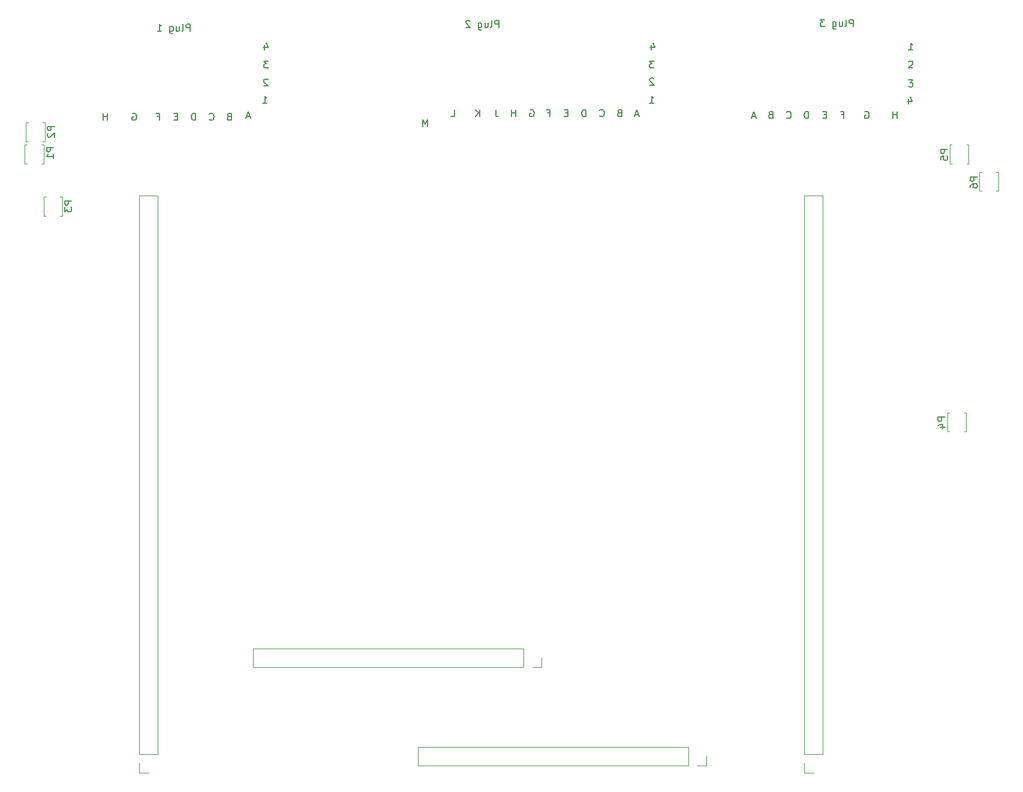
<source format=gbr>
%TF.GenerationSoftware,KiCad,Pcbnew,8.0.5*%
%TF.CreationDate,2025-07-16T23:18:55+01:00*%
%TF.ProjectId,Polygonus-Universal-Base,506f6c79-676f-46e7-9573-2d556e697665,rev?*%
%TF.SameCoordinates,Original*%
%TF.FileFunction,Legend,Bot*%
%TF.FilePolarity,Positive*%
%FSLAX46Y46*%
G04 Gerber Fmt 4.6, Leading zero omitted, Abs format (unit mm)*
G04 Created by KiCad (PCBNEW 8.0.5) date 2025-07-16 23:18:55*
%MOMM*%
%LPD*%
G01*
G04 APERTURE LIST*
%ADD10C,0.150000*%
%ADD11C,0.120000*%
%ADD12R,1.700000X1.700000*%
%ADD13O,1.700000X1.700000*%
%ADD14C,1.600000*%
%ADD15R,1.600000X1.600000*%
%ADD16C,1.700000*%
%ADD17C,1.524000*%
%ADD18O,1.600000X1.600000*%
%ADD19C,2.780000*%
%ADD20C,4.000000*%
%ADD21C,2.200000*%
%ADD22C,3.500000*%
%ADD23R,1.350000X1.350000*%
%ADD24O,1.350000X1.350000*%
G04 APERTURE END LIST*
D10*
X187242220Y-28063819D02*
X187242220Y-27063819D01*
X187242220Y-27063819D02*
X186861268Y-27063819D01*
X186861268Y-27063819D02*
X186766030Y-27111438D01*
X186766030Y-27111438D02*
X186718411Y-27159057D01*
X186718411Y-27159057D02*
X186670792Y-27254295D01*
X186670792Y-27254295D02*
X186670792Y-27397152D01*
X186670792Y-27397152D02*
X186718411Y-27492390D01*
X186718411Y-27492390D02*
X186766030Y-27540009D01*
X186766030Y-27540009D02*
X186861268Y-27587628D01*
X186861268Y-27587628D02*
X187242220Y-27587628D01*
X186099363Y-28063819D02*
X186194601Y-28016200D01*
X186194601Y-28016200D02*
X186242220Y-27920961D01*
X186242220Y-27920961D02*
X186242220Y-27063819D01*
X185289839Y-27397152D02*
X185289839Y-28063819D01*
X185718410Y-27397152D02*
X185718410Y-27920961D01*
X185718410Y-27920961D02*
X185670791Y-28016200D01*
X185670791Y-28016200D02*
X185575553Y-28063819D01*
X185575553Y-28063819D02*
X185432696Y-28063819D01*
X185432696Y-28063819D02*
X185337458Y-28016200D01*
X185337458Y-28016200D02*
X185289839Y-27968580D01*
X184385077Y-27397152D02*
X184385077Y-28206676D01*
X184385077Y-28206676D02*
X184432696Y-28301914D01*
X184432696Y-28301914D02*
X184480315Y-28349533D01*
X184480315Y-28349533D02*
X184575553Y-28397152D01*
X184575553Y-28397152D02*
X184718410Y-28397152D01*
X184718410Y-28397152D02*
X184813648Y-28349533D01*
X184385077Y-28016200D02*
X184480315Y-28063819D01*
X184480315Y-28063819D02*
X184670791Y-28063819D01*
X184670791Y-28063819D02*
X184766029Y-28016200D01*
X184766029Y-28016200D02*
X184813648Y-27968580D01*
X184813648Y-27968580D02*
X184861267Y-27873342D01*
X184861267Y-27873342D02*
X184861267Y-27587628D01*
X184861267Y-27587628D02*
X184813648Y-27492390D01*
X184813648Y-27492390D02*
X184766029Y-27444771D01*
X184766029Y-27444771D02*
X184670791Y-27397152D01*
X184670791Y-27397152D02*
X184480315Y-27397152D01*
X184480315Y-27397152D02*
X184385077Y-27444771D01*
X183242219Y-27063819D02*
X182623172Y-27063819D01*
X182623172Y-27063819D02*
X182956505Y-27444771D01*
X182956505Y-27444771D02*
X182813648Y-27444771D01*
X182813648Y-27444771D02*
X182718410Y-27492390D01*
X182718410Y-27492390D02*
X182670791Y-27540009D01*
X182670791Y-27540009D02*
X182623172Y-27635247D01*
X182623172Y-27635247D02*
X182623172Y-27873342D01*
X182623172Y-27873342D02*
X182670791Y-27968580D01*
X182670791Y-27968580D02*
X182718410Y-28016200D01*
X182718410Y-28016200D02*
X182813648Y-28063819D01*
X182813648Y-28063819D02*
X183099362Y-28063819D01*
X183099362Y-28063819D02*
X183194600Y-28016200D01*
X183194600Y-28016200D02*
X183242219Y-27968580D01*
X137204220Y-28190819D02*
X137204220Y-27190819D01*
X137204220Y-27190819D02*
X136823268Y-27190819D01*
X136823268Y-27190819D02*
X136728030Y-27238438D01*
X136728030Y-27238438D02*
X136680411Y-27286057D01*
X136680411Y-27286057D02*
X136632792Y-27381295D01*
X136632792Y-27381295D02*
X136632792Y-27524152D01*
X136632792Y-27524152D02*
X136680411Y-27619390D01*
X136680411Y-27619390D02*
X136728030Y-27667009D01*
X136728030Y-27667009D02*
X136823268Y-27714628D01*
X136823268Y-27714628D02*
X137204220Y-27714628D01*
X136061363Y-28190819D02*
X136156601Y-28143200D01*
X136156601Y-28143200D02*
X136204220Y-28047961D01*
X136204220Y-28047961D02*
X136204220Y-27190819D01*
X135251839Y-27524152D02*
X135251839Y-28190819D01*
X135680410Y-27524152D02*
X135680410Y-28047961D01*
X135680410Y-28047961D02*
X135632791Y-28143200D01*
X135632791Y-28143200D02*
X135537553Y-28190819D01*
X135537553Y-28190819D02*
X135394696Y-28190819D01*
X135394696Y-28190819D02*
X135299458Y-28143200D01*
X135299458Y-28143200D02*
X135251839Y-28095580D01*
X134347077Y-27524152D02*
X134347077Y-28333676D01*
X134347077Y-28333676D02*
X134394696Y-28428914D01*
X134394696Y-28428914D02*
X134442315Y-28476533D01*
X134442315Y-28476533D02*
X134537553Y-28524152D01*
X134537553Y-28524152D02*
X134680410Y-28524152D01*
X134680410Y-28524152D02*
X134775648Y-28476533D01*
X134347077Y-28143200D02*
X134442315Y-28190819D01*
X134442315Y-28190819D02*
X134632791Y-28190819D01*
X134632791Y-28190819D02*
X134728029Y-28143200D01*
X134728029Y-28143200D02*
X134775648Y-28095580D01*
X134775648Y-28095580D02*
X134823267Y-28000342D01*
X134823267Y-28000342D02*
X134823267Y-27714628D01*
X134823267Y-27714628D02*
X134775648Y-27619390D01*
X134775648Y-27619390D02*
X134728029Y-27571771D01*
X134728029Y-27571771D02*
X134632791Y-27524152D01*
X134632791Y-27524152D02*
X134442315Y-27524152D01*
X134442315Y-27524152D02*
X134347077Y-27571771D01*
X133156600Y-27286057D02*
X133108981Y-27238438D01*
X133108981Y-27238438D02*
X133013743Y-27190819D01*
X133013743Y-27190819D02*
X132775648Y-27190819D01*
X132775648Y-27190819D02*
X132680410Y-27238438D01*
X132680410Y-27238438D02*
X132632791Y-27286057D01*
X132632791Y-27286057D02*
X132585172Y-27381295D01*
X132585172Y-27381295D02*
X132585172Y-27476533D01*
X132585172Y-27476533D02*
X132632791Y-27619390D01*
X132632791Y-27619390D02*
X133204219Y-28190819D01*
X133204219Y-28190819D02*
X132585172Y-28190819D01*
X93643220Y-28698819D02*
X93643220Y-27698819D01*
X93643220Y-27698819D02*
X93262268Y-27698819D01*
X93262268Y-27698819D02*
X93167030Y-27746438D01*
X93167030Y-27746438D02*
X93119411Y-27794057D01*
X93119411Y-27794057D02*
X93071792Y-27889295D01*
X93071792Y-27889295D02*
X93071792Y-28032152D01*
X93071792Y-28032152D02*
X93119411Y-28127390D01*
X93119411Y-28127390D02*
X93167030Y-28175009D01*
X93167030Y-28175009D02*
X93262268Y-28222628D01*
X93262268Y-28222628D02*
X93643220Y-28222628D01*
X92500363Y-28698819D02*
X92595601Y-28651200D01*
X92595601Y-28651200D02*
X92643220Y-28555961D01*
X92643220Y-28555961D02*
X92643220Y-27698819D01*
X91690839Y-28032152D02*
X91690839Y-28698819D01*
X92119410Y-28032152D02*
X92119410Y-28555961D01*
X92119410Y-28555961D02*
X92071791Y-28651200D01*
X92071791Y-28651200D02*
X91976553Y-28698819D01*
X91976553Y-28698819D02*
X91833696Y-28698819D01*
X91833696Y-28698819D02*
X91738458Y-28651200D01*
X91738458Y-28651200D02*
X91690839Y-28603580D01*
X90786077Y-28032152D02*
X90786077Y-28841676D01*
X90786077Y-28841676D02*
X90833696Y-28936914D01*
X90833696Y-28936914D02*
X90881315Y-28984533D01*
X90881315Y-28984533D02*
X90976553Y-29032152D01*
X90976553Y-29032152D02*
X91119410Y-29032152D01*
X91119410Y-29032152D02*
X91214648Y-28984533D01*
X90786077Y-28651200D02*
X90881315Y-28698819D01*
X90881315Y-28698819D02*
X91071791Y-28698819D01*
X91071791Y-28698819D02*
X91167029Y-28651200D01*
X91167029Y-28651200D02*
X91214648Y-28603580D01*
X91214648Y-28603580D02*
X91262267Y-28508342D01*
X91262267Y-28508342D02*
X91262267Y-28222628D01*
X91262267Y-28222628D02*
X91214648Y-28127390D01*
X91214648Y-28127390D02*
X91167029Y-28079771D01*
X91167029Y-28079771D02*
X91071791Y-28032152D01*
X91071791Y-28032152D02*
X90881315Y-28032152D01*
X90881315Y-28032152D02*
X90786077Y-28079771D01*
X89024172Y-28698819D02*
X89595600Y-28698819D01*
X89309886Y-28698819D02*
X89309886Y-27698819D01*
X89309886Y-27698819D02*
X89405124Y-27841676D01*
X89405124Y-27841676D02*
X89500362Y-27936914D01*
X89500362Y-27936914D02*
X89595600Y-27984533D01*
X146983220Y-40240009D02*
X146649887Y-40240009D01*
X146507030Y-40763819D02*
X146983220Y-40763819D01*
X146983220Y-40763819D02*
X146983220Y-39763819D01*
X146983220Y-39763819D02*
X146507030Y-39763819D01*
X134537220Y-40763819D02*
X134537220Y-39763819D01*
X133965792Y-40763819D02*
X134394363Y-40192390D01*
X133965792Y-39763819D02*
X134537220Y-40335247D01*
X102072839Y-40732104D02*
X101596649Y-40732104D01*
X102168077Y-41017819D02*
X101834744Y-40017819D01*
X101834744Y-40017819D02*
X101501411Y-41017819D01*
X96373792Y-41176580D02*
X96421411Y-41224200D01*
X96421411Y-41224200D02*
X96564268Y-41271819D01*
X96564268Y-41271819D02*
X96659506Y-41271819D01*
X96659506Y-41271819D02*
X96802363Y-41224200D01*
X96802363Y-41224200D02*
X96897601Y-41128961D01*
X96897601Y-41128961D02*
X96945220Y-41033723D01*
X96945220Y-41033723D02*
X96992839Y-40843247D01*
X96992839Y-40843247D02*
X96992839Y-40700390D01*
X96992839Y-40700390D02*
X96945220Y-40509914D01*
X96945220Y-40509914D02*
X96897601Y-40414676D01*
X96897601Y-40414676D02*
X96802363Y-40319438D01*
X96802363Y-40319438D02*
X96659506Y-40271819D01*
X96659506Y-40271819D02*
X96564268Y-40271819D01*
X96564268Y-40271819D02*
X96421411Y-40319438D01*
X96421411Y-40319438D02*
X96373792Y-40367057D01*
X149523220Y-40763819D02*
X149523220Y-39763819D01*
X149523220Y-39763819D02*
X149285125Y-39763819D01*
X149285125Y-39763819D02*
X149142268Y-39811438D01*
X149142268Y-39811438D02*
X149047030Y-39906676D01*
X149047030Y-39906676D02*
X148999411Y-40001914D01*
X148999411Y-40001914D02*
X148951792Y-40192390D01*
X148951792Y-40192390D02*
X148951792Y-40335247D01*
X148951792Y-40335247D02*
X148999411Y-40525723D01*
X148999411Y-40525723D02*
X149047030Y-40620961D01*
X149047030Y-40620961D02*
X149142268Y-40716200D01*
X149142268Y-40716200D02*
X149285125Y-40763819D01*
X149285125Y-40763819D02*
X149523220Y-40763819D01*
X195107160Y-33001057D02*
X195154779Y-32953438D01*
X195154779Y-32953438D02*
X195250017Y-32905819D01*
X195250017Y-32905819D02*
X195488112Y-32905819D01*
X195488112Y-32905819D02*
X195583350Y-32953438D01*
X195583350Y-32953438D02*
X195630969Y-33001057D01*
X195630969Y-33001057D02*
X195678588Y-33096295D01*
X195678588Y-33096295D02*
X195678588Y-33191533D01*
X195678588Y-33191533D02*
X195630969Y-33334390D01*
X195630969Y-33334390D02*
X195059541Y-33905819D01*
X195059541Y-33905819D02*
X195678588Y-33905819D01*
X177867792Y-40922580D02*
X177915411Y-40970200D01*
X177915411Y-40970200D02*
X178058268Y-41017819D01*
X178058268Y-41017819D02*
X178153506Y-41017819D01*
X178153506Y-41017819D02*
X178296363Y-40970200D01*
X178296363Y-40970200D02*
X178391601Y-40874961D01*
X178391601Y-40874961D02*
X178439220Y-40779723D01*
X178439220Y-40779723D02*
X178486839Y-40589247D01*
X178486839Y-40589247D02*
X178486839Y-40446390D01*
X178486839Y-40446390D02*
X178439220Y-40255914D01*
X178439220Y-40255914D02*
X178391601Y-40160676D01*
X178391601Y-40160676D02*
X178296363Y-40065438D01*
X178296363Y-40065438D02*
X178153506Y-40017819D01*
X178153506Y-40017819D02*
X178058268Y-40017819D01*
X178058268Y-40017819D02*
X177915411Y-40065438D01*
X177915411Y-40065438D02*
X177867792Y-40113057D01*
X81959220Y-41271819D02*
X81959220Y-40271819D01*
X81959220Y-40748009D02*
X81387792Y-40748009D01*
X81387792Y-41271819D02*
X81387792Y-40271819D01*
X159143458Y-32905819D02*
X158524411Y-32905819D01*
X158524411Y-32905819D02*
X158857744Y-33286771D01*
X158857744Y-33286771D02*
X158714887Y-33286771D01*
X158714887Y-33286771D02*
X158619649Y-33334390D01*
X158619649Y-33334390D02*
X158572030Y-33382009D01*
X158572030Y-33382009D02*
X158524411Y-33477247D01*
X158524411Y-33477247D02*
X158524411Y-33715342D01*
X158524411Y-33715342D02*
X158572030Y-33810580D01*
X158572030Y-33810580D02*
X158619649Y-33858200D01*
X158619649Y-33858200D02*
X158714887Y-33905819D01*
X158714887Y-33905819D02*
X159000601Y-33905819D01*
X159000601Y-33905819D02*
X159095839Y-33858200D01*
X159095839Y-33858200D02*
X159143458Y-33810580D01*
X154269887Y-40240009D02*
X154127030Y-40287628D01*
X154127030Y-40287628D02*
X154079411Y-40335247D01*
X154079411Y-40335247D02*
X154031792Y-40430485D01*
X154031792Y-40430485D02*
X154031792Y-40573342D01*
X154031792Y-40573342D02*
X154079411Y-40668580D01*
X154079411Y-40668580D02*
X154127030Y-40716200D01*
X154127030Y-40716200D02*
X154222268Y-40763819D01*
X154222268Y-40763819D02*
X154603220Y-40763819D01*
X154603220Y-40763819D02*
X154603220Y-39763819D01*
X154603220Y-39763819D02*
X154269887Y-39763819D01*
X154269887Y-39763819D02*
X154174649Y-39811438D01*
X154174649Y-39811438D02*
X154127030Y-39859057D01*
X154127030Y-39859057D02*
X154079411Y-39954295D01*
X154079411Y-39954295D02*
X154079411Y-40049533D01*
X154079411Y-40049533D02*
X154127030Y-40144771D01*
X154127030Y-40144771D02*
X154174649Y-40192390D01*
X154174649Y-40192390D02*
X154269887Y-40240009D01*
X154269887Y-40240009D02*
X154603220Y-40240009D01*
X195100411Y-31365819D02*
X195671839Y-31365819D01*
X195386125Y-31365819D02*
X195386125Y-30365819D01*
X195386125Y-30365819D02*
X195481363Y-30508676D01*
X195481363Y-30508676D02*
X195576601Y-30603914D01*
X195576601Y-30603914D02*
X195671839Y-30651533D01*
X159095839Y-35414057D02*
X159048220Y-35366438D01*
X159048220Y-35366438D02*
X158952982Y-35318819D01*
X158952982Y-35318819D02*
X158714887Y-35318819D01*
X158714887Y-35318819D02*
X158619649Y-35366438D01*
X158619649Y-35366438D02*
X158572030Y-35414057D01*
X158572030Y-35414057D02*
X158524411Y-35509295D01*
X158524411Y-35509295D02*
X158524411Y-35604533D01*
X158524411Y-35604533D02*
X158572030Y-35747390D01*
X158572030Y-35747390D02*
X159143458Y-36318819D01*
X159143458Y-36318819D02*
X158524411Y-36318819D01*
X180939220Y-41017819D02*
X180939220Y-40017819D01*
X180939220Y-40017819D02*
X180701125Y-40017819D01*
X180701125Y-40017819D02*
X180558268Y-40065438D01*
X180558268Y-40065438D02*
X180463030Y-40160676D01*
X180463030Y-40160676D02*
X180415411Y-40255914D01*
X180415411Y-40255914D02*
X180367792Y-40446390D01*
X180367792Y-40446390D02*
X180367792Y-40589247D01*
X180367792Y-40589247D02*
X180415411Y-40779723D01*
X180415411Y-40779723D02*
X180463030Y-40874961D01*
X180463030Y-40874961D02*
X180558268Y-40970200D01*
X180558268Y-40970200D02*
X180701125Y-41017819D01*
X180701125Y-41017819D02*
X180939220Y-41017819D01*
X193439220Y-41017819D02*
X193439220Y-40017819D01*
X193439220Y-40494009D02*
X192867792Y-40494009D01*
X192867792Y-41017819D02*
X192867792Y-40017819D01*
X156936839Y-40478104D02*
X156460649Y-40478104D01*
X157032077Y-40763819D02*
X156698744Y-39763819D01*
X156698744Y-39763819D02*
X156365411Y-40763819D01*
X104612839Y-35541057D02*
X104565220Y-35493438D01*
X104565220Y-35493438D02*
X104469982Y-35445819D01*
X104469982Y-35445819D02*
X104231887Y-35445819D01*
X104231887Y-35445819D02*
X104136649Y-35493438D01*
X104136649Y-35493438D02*
X104089030Y-35541057D01*
X104089030Y-35541057D02*
X104041411Y-35636295D01*
X104041411Y-35636295D02*
X104041411Y-35731533D01*
X104041411Y-35731533D02*
X104089030Y-35874390D01*
X104089030Y-35874390D02*
X104660458Y-36445819D01*
X104660458Y-36445819D02*
X104041411Y-36445819D01*
X175605887Y-40494009D02*
X175463030Y-40541628D01*
X175463030Y-40541628D02*
X175415411Y-40589247D01*
X175415411Y-40589247D02*
X175367792Y-40684485D01*
X175367792Y-40684485D02*
X175367792Y-40827342D01*
X175367792Y-40827342D02*
X175415411Y-40922580D01*
X175415411Y-40922580D02*
X175463030Y-40970200D01*
X175463030Y-40970200D02*
X175558268Y-41017819D01*
X175558268Y-41017819D02*
X175939220Y-41017819D01*
X175939220Y-41017819D02*
X175939220Y-40017819D01*
X175939220Y-40017819D02*
X175605887Y-40017819D01*
X175605887Y-40017819D02*
X175510649Y-40065438D01*
X175510649Y-40065438D02*
X175463030Y-40113057D01*
X175463030Y-40113057D02*
X175415411Y-40208295D01*
X175415411Y-40208295D02*
X175415411Y-40303533D01*
X175415411Y-40303533D02*
X175463030Y-40398771D01*
X175463030Y-40398771D02*
X175510649Y-40446390D01*
X175510649Y-40446390D02*
X175605887Y-40494009D01*
X175605887Y-40494009D02*
X175939220Y-40494009D01*
X85499411Y-40319438D02*
X85594649Y-40271819D01*
X85594649Y-40271819D02*
X85737506Y-40271819D01*
X85737506Y-40271819D02*
X85880363Y-40319438D01*
X85880363Y-40319438D02*
X85975601Y-40414676D01*
X85975601Y-40414676D02*
X86023220Y-40509914D01*
X86023220Y-40509914D02*
X86070839Y-40700390D01*
X86070839Y-40700390D02*
X86070839Y-40843247D01*
X86070839Y-40843247D02*
X86023220Y-41033723D01*
X86023220Y-41033723D02*
X85975601Y-41128961D01*
X85975601Y-41128961D02*
X85880363Y-41224200D01*
X85880363Y-41224200D02*
X85737506Y-41271819D01*
X85737506Y-41271819D02*
X85642268Y-41271819D01*
X85642268Y-41271819D02*
X85499411Y-41224200D01*
X85499411Y-41224200D02*
X85451792Y-41176580D01*
X85451792Y-41176580D02*
X85451792Y-40843247D01*
X85451792Y-40843247D02*
X85642268Y-40843247D01*
X127171220Y-42160819D02*
X127171220Y-41160819D01*
X127171220Y-41160819D02*
X126837887Y-41875104D01*
X126837887Y-41875104D02*
X126504554Y-41160819D01*
X126504554Y-41160819D02*
X126504554Y-42160819D01*
X104136649Y-30699152D02*
X104136649Y-31365819D01*
X104374744Y-30318200D02*
X104612839Y-31032485D01*
X104612839Y-31032485D02*
X103993792Y-31032485D01*
X195059541Y-35572819D02*
X195678588Y-35572819D01*
X195678588Y-35572819D02*
X195345255Y-35953771D01*
X195345255Y-35953771D02*
X195488112Y-35953771D01*
X195488112Y-35953771D02*
X195583350Y-36001390D01*
X195583350Y-36001390D02*
X195630969Y-36049009D01*
X195630969Y-36049009D02*
X195678588Y-36144247D01*
X195678588Y-36144247D02*
X195678588Y-36382342D01*
X195678588Y-36382342D02*
X195630969Y-36477580D01*
X195630969Y-36477580D02*
X195583350Y-36525200D01*
X195583350Y-36525200D02*
X195488112Y-36572819D01*
X195488112Y-36572819D02*
X195202398Y-36572819D01*
X195202398Y-36572819D02*
X195107160Y-36525200D01*
X195107160Y-36525200D02*
X195059541Y-36477580D01*
X195068649Y-38319152D02*
X195068649Y-38985819D01*
X195306744Y-37938200D02*
X195544839Y-38652485D01*
X195544839Y-38652485D02*
X194925792Y-38652485D01*
X103914411Y-38858819D02*
X104485839Y-38858819D01*
X104200125Y-38858819D02*
X104200125Y-37858819D01*
X104200125Y-37858819D02*
X104295363Y-38001676D01*
X104295363Y-38001676D02*
X104390601Y-38096914D01*
X104390601Y-38096914D02*
X104485839Y-38144533D01*
X104660458Y-32905819D02*
X104041411Y-32905819D01*
X104041411Y-32905819D02*
X104374744Y-33286771D01*
X104374744Y-33286771D02*
X104231887Y-33286771D01*
X104231887Y-33286771D02*
X104136649Y-33334390D01*
X104136649Y-33334390D02*
X104089030Y-33382009D01*
X104089030Y-33382009D02*
X104041411Y-33477247D01*
X104041411Y-33477247D02*
X104041411Y-33715342D01*
X104041411Y-33715342D02*
X104089030Y-33810580D01*
X104089030Y-33810580D02*
X104136649Y-33858200D01*
X104136649Y-33858200D02*
X104231887Y-33905819D01*
X104231887Y-33905819D02*
X104517601Y-33905819D01*
X104517601Y-33905819D02*
X104612839Y-33858200D01*
X104612839Y-33858200D02*
X104660458Y-33810580D01*
X185605887Y-40494009D02*
X185939220Y-40494009D01*
X185939220Y-41017819D02*
X185939220Y-40017819D01*
X185939220Y-40017819D02*
X185463030Y-40017819D01*
X88991887Y-40748009D02*
X89325220Y-40748009D01*
X89325220Y-41271819D02*
X89325220Y-40271819D01*
X89325220Y-40271819D02*
X88849030Y-40271819D01*
X91865220Y-40748009D02*
X91531887Y-40748009D01*
X91389030Y-41271819D02*
X91865220Y-41271819D01*
X91865220Y-41271819D02*
X91865220Y-40271819D01*
X91865220Y-40271819D02*
X91389030Y-40271819D01*
X139617220Y-40763819D02*
X139617220Y-39763819D01*
X139617220Y-40240009D02*
X139045792Y-40240009D01*
X139045792Y-40763819D02*
X139045792Y-39763819D01*
X158524411Y-38858819D02*
X159095839Y-38858819D01*
X158810125Y-38858819D02*
X158810125Y-37858819D01*
X158810125Y-37858819D02*
X158905363Y-38001676D01*
X158905363Y-38001676D02*
X159000601Y-38096914D01*
X159000601Y-38096914D02*
X159095839Y-38144533D01*
X158746649Y-30699152D02*
X158746649Y-31365819D01*
X158984744Y-30318200D02*
X159222839Y-31032485D01*
X159222839Y-31032485D02*
X158603792Y-31032485D01*
X94405220Y-41271819D02*
X94405220Y-40271819D01*
X94405220Y-40271819D02*
X94167125Y-40271819D01*
X94167125Y-40271819D02*
X94024268Y-40319438D01*
X94024268Y-40319438D02*
X93929030Y-40414676D01*
X93929030Y-40414676D02*
X93881411Y-40509914D01*
X93881411Y-40509914D02*
X93833792Y-40700390D01*
X93833792Y-40700390D02*
X93833792Y-40843247D01*
X93833792Y-40843247D02*
X93881411Y-41033723D01*
X93881411Y-41033723D02*
X93929030Y-41128961D01*
X93929030Y-41128961D02*
X94024268Y-41224200D01*
X94024268Y-41224200D02*
X94167125Y-41271819D01*
X94167125Y-41271819D02*
X94405220Y-41271819D01*
X183439220Y-40494009D02*
X183105887Y-40494009D01*
X182963030Y-41017819D02*
X183439220Y-41017819D01*
X183439220Y-41017819D02*
X183439220Y-40017819D01*
X183439220Y-40017819D02*
X182963030Y-40017819D01*
X144109887Y-40240009D02*
X144443220Y-40240009D01*
X144443220Y-40763819D02*
X144443220Y-39763819D01*
X144443220Y-39763819D02*
X143967030Y-39763819D01*
X136791506Y-39763819D02*
X136791506Y-40478104D01*
X136791506Y-40478104D02*
X136839125Y-40620961D01*
X136839125Y-40620961D02*
X136934363Y-40716200D01*
X136934363Y-40716200D02*
X137077220Y-40763819D01*
X137077220Y-40763819D02*
X137172458Y-40763819D01*
X188915411Y-40065438D02*
X189010649Y-40017819D01*
X189010649Y-40017819D02*
X189153506Y-40017819D01*
X189153506Y-40017819D02*
X189296363Y-40065438D01*
X189296363Y-40065438D02*
X189391601Y-40160676D01*
X189391601Y-40160676D02*
X189439220Y-40255914D01*
X189439220Y-40255914D02*
X189486839Y-40446390D01*
X189486839Y-40446390D02*
X189486839Y-40589247D01*
X189486839Y-40589247D02*
X189439220Y-40779723D01*
X189439220Y-40779723D02*
X189391601Y-40874961D01*
X189391601Y-40874961D02*
X189296363Y-40970200D01*
X189296363Y-40970200D02*
X189153506Y-41017819D01*
X189153506Y-41017819D02*
X189058268Y-41017819D01*
X189058268Y-41017819D02*
X188915411Y-40970200D01*
X188915411Y-40970200D02*
X188867792Y-40922580D01*
X188867792Y-40922580D02*
X188867792Y-40589247D01*
X188867792Y-40589247D02*
X189058268Y-40589247D01*
X99151887Y-40748009D02*
X99009030Y-40795628D01*
X99009030Y-40795628D02*
X98961411Y-40843247D01*
X98961411Y-40843247D02*
X98913792Y-40938485D01*
X98913792Y-40938485D02*
X98913792Y-41081342D01*
X98913792Y-41081342D02*
X98961411Y-41176580D01*
X98961411Y-41176580D02*
X99009030Y-41224200D01*
X99009030Y-41224200D02*
X99104268Y-41271819D01*
X99104268Y-41271819D02*
X99485220Y-41271819D01*
X99485220Y-41271819D02*
X99485220Y-40271819D01*
X99485220Y-40271819D02*
X99151887Y-40271819D01*
X99151887Y-40271819D02*
X99056649Y-40319438D01*
X99056649Y-40319438D02*
X99009030Y-40367057D01*
X99009030Y-40367057D02*
X98961411Y-40462295D01*
X98961411Y-40462295D02*
X98961411Y-40557533D01*
X98961411Y-40557533D02*
X99009030Y-40652771D01*
X99009030Y-40652771D02*
X99056649Y-40700390D01*
X99056649Y-40700390D02*
X99151887Y-40748009D01*
X99151887Y-40748009D02*
X99485220Y-40748009D01*
X130505030Y-40763819D02*
X130981220Y-40763819D01*
X130981220Y-40763819D02*
X130981220Y-39763819D01*
X141633411Y-39811438D02*
X141728649Y-39763819D01*
X141728649Y-39763819D02*
X141871506Y-39763819D01*
X141871506Y-39763819D02*
X142014363Y-39811438D01*
X142014363Y-39811438D02*
X142109601Y-39906676D01*
X142109601Y-39906676D02*
X142157220Y-40001914D01*
X142157220Y-40001914D02*
X142204839Y-40192390D01*
X142204839Y-40192390D02*
X142204839Y-40335247D01*
X142204839Y-40335247D02*
X142157220Y-40525723D01*
X142157220Y-40525723D02*
X142109601Y-40620961D01*
X142109601Y-40620961D02*
X142014363Y-40716200D01*
X142014363Y-40716200D02*
X141871506Y-40763819D01*
X141871506Y-40763819D02*
X141776268Y-40763819D01*
X141776268Y-40763819D02*
X141633411Y-40716200D01*
X141633411Y-40716200D02*
X141585792Y-40668580D01*
X141585792Y-40668580D02*
X141585792Y-40335247D01*
X141585792Y-40335247D02*
X141776268Y-40335247D01*
X173486839Y-40732104D02*
X173010649Y-40732104D01*
X173582077Y-41017819D02*
X173248744Y-40017819D01*
X173248744Y-40017819D02*
X172915411Y-41017819D01*
X151491792Y-40668580D02*
X151539411Y-40716200D01*
X151539411Y-40716200D02*
X151682268Y-40763819D01*
X151682268Y-40763819D02*
X151777506Y-40763819D01*
X151777506Y-40763819D02*
X151920363Y-40716200D01*
X151920363Y-40716200D02*
X152015601Y-40620961D01*
X152015601Y-40620961D02*
X152063220Y-40525723D01*
X152063220Y-40525723D02*
X152110839Y-40335247D01*
X152110839Y-40335247D02*
X152110839Y-40192390D01*
X152110839Y-40192390D02*
X152063220Y-40001914D01*
X152063220Y-40001914D02*
X152015601Y-39906676D01*
X152015601Y-39906676D02*
X151920363Y-39811438D01*
X151920363Y-39811438D02*
X151777506Y-39763819D01*
X151777506Y-39763819D02*
X151682268Y-39763819D01*
X151682268Y-39763819D02*
X151539411Y-39811438D01*
X151539411Y-39811438D02*
X151491792Y-39859057D01*
X74368819Y-45132042D02*
X73368819Y-45132042D01*
X73368819Y-45132042D02*
X73368819Y-45512994D01*
X73368819Y-45512994D02*
X73416438Y-45608232D01*
X73416438Y-45608232D02*
X73464057Y-45655851D01*
X73464057Y-45655851D02*
X73559295Y-45703470D01*
X73559295Y-45703470D02*
X73702152Y-45703470D01*
X73702152Y-45703470D02*
X73797390Y-45655851D01*
X73797390Y-45655851D02*
X73845009Y-45608232D01*
X73845009Y-45608232D02*
X73892628Y-45512994D01*
X73892628Y-45512994D02*
X73892628Y-45132042D01*
X74368819Y-46655851D02*
X74368819Y-46084423D01*
X74368819Y-46370137D02*
X73368819Y-46370137D01*
X73368819Y-46370137D02*
X73511676Y-46274899D01*
X73511676Y-46274899D02*
X73606914Y-46179661D01*
X73606914Y-46179661D02*
X73654533Y-46084423D01*
X76908819Y-52653505D02*
X75908819Y-52653505D01*
X75908819Y-52653505D02*
X75908819Y-53034457D01*
X75908819Y-53034457D02*
X75956438Y-53129695D01*
X75956438Y-53129695D02*
X76004057Y-53177314D01*
X76004057Y-53177314D02*
X76099295Y-53224933D01*
X76099295Y-53224933D02*
X76242152Y-53224933D01*
X76242152Y-53224933D02*
X76337390Y-53177314D01*
X76337390Y-53177314D02*
X76385009Y-53129695D01*
X76385009Y-53129695D02*
X76432628Y-53034457D01*
X76432628Y-53034457D02*
X76432628Y-52653505D01*
X75908819Y-53558267D02*
X75908819Y-54177314D01*
X75908819Y-54177314D02*
X76289771Y-53843981D01*
X76289771Y-53843981D02*
X76289771Y-53986838D01*
X76289771Y-53986838D02*
X76337390Y-54082076D01*
X76337390Y-54082076D02*
X76385009Y-54129695D01*
X76385009Y-54129695D02*
X76480247Y-54177314D01*
X76480247Y-54177314D02*
X76718342Y-54177314D01*
X76718342Y-54177314D02*
X76813580Y-54129695D01*
X76813580Y-54129695D02*
X76861200Y-54082076D01*
X76861200Y-54082076D02*
X76908819Y-53986838D01*
X76908819Y-53986838D02*
X76908819Y-53701124D01*
X76908819Y-53701124D02*
X76861200Y-53605886D01*
X76861200Y-53605886D02*
X76813580Y-53558267D01*
X204797819Y-49299905D02*
X203797819Y-49299905D01*
X203797819Y-49299905D02*
X203797819Y-49680857D01*
X203797819Y-49680857D02*
X203845438Y-49776095D01*
X203845438Y-49776095D02*
X203893057Y-49823714D01*
X203893057Y-49823714D02*
X203988295Y-49871333D01*
X203988295Y-49871333D02*
X204131152Y-49871333D01*
X204131152Y-49871333D02*
X204226390Y-49823714D01*
X204226390Y-49823714D02*
X204274009Y-49776095D01*
X204274009Y-49776095D02*
X204321628Y-49680857D01*
X204321628Y-49680857D02*
X204321628Y-49299905D01*
X203797819Y-50728476D02*
X203797819Y-50538000D01*
X203797819Y-50538000D02*
X203845438Y-50442762D01*
X203845438Y-50442762D02*
X203893057Y-50395143D01*
X203893057Y-50395143D02*
X204035914Y-50299905D01*
X204035914Y-50299905D02*
X204226390Y-50252286D01*
X204226390Y-50252286D02*
X204607342Y-50252286D01*
X204607342Y-50252286D02*
X204702580Y-50299905D01*
X204702580Y-50299905D02*
X204750200Y-50347524D01*
X204750200Y-50347524D02*
X204797819Y-50442762D01*
X204797819Y-50442762D02*
X204797819Y-50633238D01*
X204797819Y-50633238D02*
X204750200Y-50728476D01*
X204750200Y-50728476D02*
X204702580Y-50776095D01*
X204702580Y-50776095D02*
X204607342Y-50823714D01*
X204607342Y-50823714D02*
X204369247Y-50823714D01*
X204369247Y-50823714D02*
X204274009Y-50776095D01*
X204274009Y-50776095D02*
X204226390Y-50728476D01*
X204226390Y-50728476D02*
X204178771Y-50633238D01*
X204178771Y-50633238D02*
X204178771Y-50442762D01*
X204178771Y-50442762D02*
X204226390Y-50347524D01*
X204226390Y-50347524D02*
X204274009Y-50299905D01*
X204274009Y-50299905D02*
X204369247Y-50252286D01*
X200606819Y-45387505D02*
X199606819Y-45387505D01*
X199606819Y-45387505D02*
X199606819Y-45768457D01*
X199606819Y-45768457D02*
X199654438Y-45863695D01*
X199654438Y-45863695D02*
X199702057Y-45911314D01*
X199702057Y-45911314D02*
X199797295Y-45958933D01*
X199797295Y-45958933D02*
X199940152Y-45958933D01*
X199940152Y-45958933D02*
X200035390Y-45911314D01*
X200035390Y-45911314D02*
X200083009Y-45863695D01*
X200083009Y-45863695D02*
X200130628Y-45768457D01*
X200130628Y-45768457D02*
X200130628Y-45387505D01*
X199606819Y-46863695D02*
X199606819Y-46387505D01*
X199606819Y-46387505D02*
X200083009Y-46339886D01*
X200083009Y-46339886D02*
X200035390Y-46387505D01*
X200035390Y-46387505D02*
X199987771Y-46482743D01*
X199987771Y-46482743D02*
X199987771Y-46720838D01*
X199987771Y-46720838D02*
X200035390Y-46816076D01*
X200035390Y-46816076D02*
X200083009Y-46863695D01*
X200083009Y-46863695D02*
X200178247Y-46911314D01*
X200178247Y-46911314D02*
X200416342Y-46911314D01*
X200416342Y-46911314D02*
X200511580Y-46863695D01*
X200511580Y-46863695D02*
X200559200Y-46816076D01*
X200559200Y-46816076D02*
X200606819Y-46720838D01*
X200606819Y-46720838D02*
X200606819Y-46482743D01*
X200606819Y-46482743D02*
X200559200Y-46387505D01*
X200559200Y-46387505D02*
X200511580Y-46339886D01*
X200225819Y-83182705D02*
X199225819Y-83182705D01*
X199225819Y-83182705D02*
X199225819Y-83563657D01*
X199225819Y-83563657D02*
X199273438Y-83658895D01*
X199273438Y-83658895D02*
X199321057Y-83706514D01*
X199321057Y-83706514D02*
X199416295Y-83754133D01*
X199416295Y-83754133D02*
X199559152Y-83754133D01*
X199559152Y-83754133D02*
X199654390Y-83706514D01*
X199654390Y-83706514D02*
X199702009Y-83658895D01*
X199702009Y-83658895D02*
X199749628Y-83563657D01*
X199749628Y-83563657D02*
X199749628Y-83182705D01*
X199559152Y-84611276D02*
X200225819Y-84611276D01*
X199178200Y-84373181D02*
X199892485Y-84135086D01*
X199892485Y-84135086D02*
X199892485Y-84754133D01*
X74495819Y-42137905D02*
X73495819Y-42137905D01*
X73495819Y-42137905D02*
X73495819Y-42518857D01*
X73495819Y-42518857D02*
X73543438Y-42614095D01*
X73543438Y-42614095D02*
X73591057Y-42661714D01*
X73591057Y-42661714D02*
X73686295Y-42709333D01*
X73686295Y-42709333D02*
X73829152Y-42709333D01*
X73829152Y-42709333D02*
X73924390Y-42661714D01*
X73924390Y-42661714D02*
X73972009Y-42614095D01*
X73972009Y-42614095D02*
X74019628Y-42518857D01*
X74019628Y-42518857D02*
X74019628Y-42137905D01*
X73591057Y-43090286D02*
X73543438Y-43137905D01*
X73543438Y-43137905D02*
X73495819Y-43233143D01*
X73495819Y-43233143D02*
X73495819Y-43471238D01*
X73495819Y-43471238D02*
X73543438Y-43566476D01*
X73543438Y-43566476D02*
X73591057Y-43614095D01*
X73591057Y-43614095D02*
X73686295Y-43661714D01*
X73686295Y-43661714D02*
X73781533Y-43661714D01*
X73781533Y-43661714D02*
X73924390Y-43614095D01*
X73924390Y-43614095D02*
X74495819Y-43042667D01*
X74495819Y-43042667D02*
X74495819Y-43661714D01*
D11*
%TO.C,J2*%
X125800080Y-132356287D02*
X125800080Y-129696287D01*
X141953794Y-118464404D02*
X143283794Y-118464404D01*
X180342763Y-51942059D02*
X183002763Y-51942059D01*
X180342763Y-130742059D02*
X183002763Y-130742059D01*
X163960080Y-132356287D02*
X125800080Y-132356287D01*
X180342763Y-132012059D02*
X180342763Y-133342059D01*
X140683794Y-118464404D02*
X102523794Y-118464404D01*
X86430080Y-133347154D02*
X87760080Y-133347154D01*
X180342763Y-133342059D02*
X181672763Y-133342059D01*
X180342763Y-130742059D02*
X180342763Y-51942059D01*
X102523794Y-118464404D02*
X102523794Y-115804404D01*
X183002763Y-130742059D02*
X183002763Y-51942059D01*
X89090080Y-130747154D02*
X89090080Y-51947154D01*
X86430080Y-130747154D02*
X86430080Y-51947154D01*
X86430080Y-51947154D02*
X89090080Y-51947154D01*
X165230080Y-132356287D02*
X166560080Y-132356287D01*
X140683794Y-115804404D02*
X102523794Y-115804404D01*
X86430080Y-132017154D02*
X86430080Y-133347154D01*
X163960080Y-129696287D02*
X125800080Y-129696287D01*
X140683794Y-118464404D02*
X140683794Y-115804404D01*
X163960080Y-132356287D02*
X163960080Y-129696287D01*
X166560080Y-132356287D02*
X166560080Y-131026287D01*
X86430080Y-130747154D02*
X89090080Y-130747154D01*
X143283794Y-118464404D02*
X143283794Y-117134404D01*
%TO.C,P1*%
X70298000Y-47405600D02*
X70298000Y-44745600D01*
X70592462Y-44745600D02*
X70298000Y-44745600D01*
X70603627Y-47405600D02*
X70298000Y-47405600D01*
X72652373Y-44745600D02*
X72958000Y-44745600D01*
X72663538Y-47405600D02*
X72958000Y-47405600D01*
X72958000Y-44745600D02*
X72958000Y-47405600D01*
%TO.C,P3*%
X72939600Y-54771600D02*
X72939600Y-52111600D01*
X73234062Y-52111600D02*
X72939600Y-52111600D01*
X73245227Y-54771600D02*
X72939600Y-54771600D01*
X75293973Y-52111600D02*
X75599600Y-52111600D01*
X75305138Y-54771600D02*
X75599600Y-54771600D01*
X75599600Y-52111600D02*
X75599600Y-54771600D01*
%TO.C,P6*%
X205070400Y-51266400D02*
X205070400Y-48606400D01*
X205364862Y-48606400D02*
X205070400Y-48606400D01*
X205376027Y-51266400D02*
X205070400Y-51266400D01*
X207424773Y-48606400D02*
X207730400Y-48606400D01*
X207435938Y-51266400D02*
X207730400Y-51266400D01*
X207730400Y-48606400D02*
X207730400Y-51266400D01*
%TO.C,P5*%
X200904800Y-47405600D02*
X200904800Y-44745600D01*
X201199262Y-44745600D02*
X200904800Y-44745600D01*
X201210427Y-47405600D02*
X200904800Y-47405600D01*
X203259173Y-44745600D02*
X203564800Y-44745600D01*
X203270338Y-47405600D02*
X203564800Y-47405600D01*
X203564800Y-44745600D02*
X203564800Y-47405600D01*
%TO.C,P4*%
X200549200Y-85200800D02*
X200549200Y-82540800D01*
X200843662Y-82540800D02*
X200549200Y-82540800D01*
X200854827Y-85200800D02*
X200549200Y-85200800D01*
X202903573Y-82540800D02*
X203209200Y-82540800D01*
X202914738Y-85200800D02*
X203209200Y-85200800D01*
X203209200Y-82540800D02*
X203209200Y-85200800D01*
%TO.C,P2*%
X70450400Y-44256000D02*
X70450400Y-41596000D01*
X70744862Y-41596000D02*
X70450400Y-41596000D01*
X70756027Y-44256000D02*
X70450400Y-44256000D01*
X72804773Y-41596000D02*
X73110400Y-41596000D01*
X72815938Y-44256000D02*
X73110400Y-44256000D01*
X73110400Y-41596000D02*
X73110400Y-44256000D01*
%TD*%
%LPC*%
D12*
%TO.C,J2*%
X181672763Y-132012059D03*
D13*
X181672763Y-129472059D03*
X181672763Y-126932059D03*
X181672763Y-124392059D03*
X181672763Y-121852059D03*
X181672763Y-119312059D03*
X181672763Y-116772059D03*
X181672763Y-114232059D03*
X181672763Y-111692059D03*
X181672763Y-109152059D03*
X181672763Y-106612059D03*
X181672763Y-104072059D03*
X181672763Y-101532059D03*
X181672763Y-98992059D03*
X181672763Y-96452059D03*
X181672763Y-93912059D03*
X181672763Y-91372059D03*
X181672763Y-88832059D03*
X181672763Y-86292059D03*
X181672763Y-83752059D03*
X181672763Y-81212059D03*
X181672763Y-78672059D03*
X181672763Y-76132059D03*
X181672763Y-73592059D03*
X181672763Y-71052059D03*
X181672763Y-68512059D03*
X181672763Y-65972059D03*
X181672763Y-63432059D03*
X181672763Y-60892059D03*
X181672763Y-58352059D03*
X181672763Y-55812059D03*
X181672763Y-53272059D03*
D12*
X87760080Y-132017154D03*
D13*
X87760080Y-129477154D03*
X87760080Y-126937154D03*
X87760080Y-124397154D03*
X87760080Y-121857154D03*
X87760080Y-119317154D03*
X87760080Y-116777154D03*
X87760080Y-114237154D03*
X87760080Y-111697154D03*
X87760080Y-109157154D03*
X87760080Y-106617154D03*
X87760080Y-104077154D03*
X87760080Y-101537154D03*
X87760080Y-98997154D03*
X87760080Y-96457154D03*
X87760080Y-93917154D03*
X87760080Y-91377154D03*
X87760080Y-88837154D03*
X87760080Y-86297154D03*
X87760080Y-83757154D03*
X87760080Y-81217154D03*
X87760080Y-78677154D03*
X87760080Y-76137154D03*
X87760080Y-73597154D03*
X87760080Y-71057154D03*
X87760080Y-68517154D03*
X87760080Y-65977154D03*
X87760080Y-63437154D03*
X87760080Y-60897154D03*
X87760080Y-58357154D03*
X87760080Y-55817154D03*
X87760080Y-53277154D03*
D12*
X165230080Y-131026287D03*
D13*
X162690080Y-131026287D03*
X160150080Y-131026287D03*
X157610080Y-131026287D03*
X155070080Y-131026287D03*
X152530080Y-131026287D03*
X149990080Y-131026287D03*
X147450080Y-131026287D03*
X144910080Y-131026287D03*
X142370080Y-131026287D03*
X139830080Y-131026287D03*
X137290080Y-131026287D03*
X134750080Y-131026287D03*
X132210080Y-131026287D03*
X129670080Y-131026287D03*
X127130080Y-131026287D03*
D12*
X141953794Y-117134404D03*
D13*
X139413794Y-117134404D03*
X136873794Y-117134404D03*
X134333794Y-117134404D03*
X131793794Y-117134404D03*
X129253794Y-117134404D03*
X126713794Y-117134404D03*
X124173794Y-117134404D03*
X121633794Y-117134404D03*
X119093794Y-117134404D03*
X116553794Y-117134404D03*
X114013794Y-117134404D03*
X111473794Y-117134404D03*
X108933794Y-117134404D03*
X106393794Y-117134404D03*
X103853794Y-117134404D03*
D14*
X164425871Y-101751522D03*
X161925871Y-101751522D03*
X159425871Y-101751522D03*
X156925871Y-101751522D03*
D15*
X154425871Y-101751522D03*
D12*
X117154579Y-56302538D03*
D13*
X114614579Y-56302538D03*
X112074579Y-56302538D03*
X109534579Y-56302538D03*
X106994579Y-56302538D03*
X104454579Y-56302538D03*
%TD*%
D12*
%TO.C,J5*%
X93888235Y-91017793D03*
D13*
X93888235Y-93557793D03*
X93888235Y-96097793D03*
X93888235Y-98637793D03*
X93888235Y-101177793D03*
X93888235Y-103717793D03*
X93888235Y-106257793D03*
%TD*%
D15*
%TO.C,C2*%
X101112052Y-65110107D03*
D14*
X104612052Y-65110107D03*
%TD*%
D16*
%TO.C,P1*%
X71628000Y-46075600D03*
%TD*%
D17*
%TO.C,U1*%
X190269349Y-141724815D03*
X192809349Y-141724815D03*
X195349349Y-141724815D03*
X197889349Y-141724815D03*
X200429349Y-141724815D03*
X202969349Y-141724815D03*
X205509349Y-141724815D03*
X208049349Y-141724815D03*
X190269349Y-116324815D03*
X192809349Y-116324815D03*
X195349349Y-116324815D03*
X197889349Y-116324815D03*
X200429349Y-116324815D03*
X202969349Y-116324815D03*
X205509349Y-116324815D03*
X208049349Y-116324815D03*
%TD*%
D15*
%TO.C,A1*%
X151360000Y-105209750D03*
D18*
X151360000Y-107749750D03*
X151360000Y-110289750D03*
X151360000Y-112829750D03*
X151360000Y-115369750D03*
X151360000Y-117909750D03*
X151360000Y-120449750D03*
X151360000Y-122989750D03*
X164060000Y-122989750D03*
X164060000Y-120449750D03*
X164060000Y-117909750D03*
X164060000Y-115369750D03*
X164060000Y-112829750D03*
X164060000Y-110289750D03*
X164060000Y-107749750D03*
X164060000Y-105209750D03*
%TD*%
D16*
%TO.C,P3*%
X74269600Y-53441600D03*
%TD*%
D19*
%TO.C,F1*%
X192364464Y-50542664D03*
X188964464Y-50542664D03*
X192364464Y-60462664D03*
X188964464Y-60462664D03*
%TD*%
D16*
%TO.C,P6*%
X206400400Y-49936400D03*
%TD*%
%TO.C,P5*%
X202234800Y-46075600D03*
%TD*%
D14*
%TO.C,J1*%
X193200000Y-30840000D03*
X193200000Y-33340000D03*
X193200000Y-35840000D03*
X193200000Y-38340000D03*
X189500000Y-30840000D03*
X189500000Y-33340000D03*
X189500000Y-35840000D03*
X189500000Y-38340000D03*
X186000000Y-30840000D03*
X186000000Y-33340000D03*
X186000000Y-35840000D03*
X186000000Y-38340000D03*
X183500000Y-30840000D03*
X183500000Y-33340000D03*
X183500000Y-35840000D03*
X183500000Y-38340000D03*
X181000000Y-30840000D03*
X181000000Y-33340000D03*
X181000000Y-35840000D03*
X181000000Y-38340000D03*
X178500000Y-30840000D03*
X178500000Y-33340000D03*
X178500000Y-35840000D03*
X178500000Y-38340000D03*
X176000000Y-30840000D03*
X176000000Y-33340000D03*
X176000000Y-35840000D03*
X176000000Y-38340000D03*
X173500000Y-30840000D03*
X173500000Y-33340000D03*
X173500000Y-35840000D03*
X173500000Y-38340000D03*
X127000000Y-30840000D03*
X127000000Y-33340000D03*
X127000000Y-35840000D03*
X127000000Y-38340000D03*
X130700000Y-30840000D03*
X130700000Y-33340000D03*
X130700000Y-35840000D03*
X130700000Y-38340000D03*
X134200000Y-30840000D03*
X134200000Y-33340000D03*
X134200000Y-35840000D03*
X134200000Y-38340000D03*
X136700000Y-30840000D03*
X136700000Y-33340000D03*
X136700000Y-35840000D03*
X136700000Y-38340000D03*
X139200000Y-30840000D03*
X139200000Y-33340000D03*
X139200000Y-35840000D03*
X139200000Y-38340000D03*
X141700000Y-30840000D03*
X141700000Y-33340000D03*
X141700000Y-35840000D03*
X141700000Y-38340000D03*
X144200000Y-30840000D03*
X144200000Y-33340000D03*
X144200000Y-35840000D03*
X144200000Y-38340000D03*
X146700000Y-30840000D03*
X146700000Y-33340000D03*
X146700000Y-35840000D03*
X146700000Y-38340000D03*
X149200000Y-30840000D03*
X149200000Y-33340000D03*
X149200000Y-35840000D03*
X149200000Y-38340000D03*
X151700000Y-30840000D03*
X151700000Y-33340000D03*
X151700000Y-35840000D03*
X151700000Y-38340000D03*
X154200000Y-30840000D03*
X154200000Y-33340000D03*
X154200000Y-35840000D03*
X154200000Y-38340000D03*
X156700000Y-30840000D03*
X156700000Y-33340000D03*
X156700000Y-35840000D03*
X156700000Y-38340000D03*
X82000000Y-30840000D03*
X82000000Y-33340000D03*
X82000000Y-35840000D03*
X82000000Y-38340000D03*
X85700000Y-30840000D03*
X85700000Y-33340000D03*
X85700000Y-35840000D03*
X85700000Y-38340000D03*
X89200000Y-30840000D03*
X89200000Y-33340000D03*
X89200000Y-35840000D03*
X89200000Y-38340000D03*
X91700000Y-30840000D03*
X91700000Y-33340000D03*
X91700000Y-35840000D03*
X91700000Y-38340000D03*
X94200000Y-30840000D03*
X94200000Y-33340000D03*
X94200000Y-35840000D03*
X94200000Y-38340000D03*
X96700000Y-30840000D03*
X96700000Y-33340000D03*
X96700000Y-35840000D03*
X96700000Y-38340000D03*
X99200000Y-30840000D03*
X99200000Y-33340000D03*
X99200000Y-35840000D03*
X99200000Y-38340000D03*
X101700000Y-30840000D03*
X101700000Y-33340000D03*
X101700000Y-35840000D03*
X101700000Y-38340000D03*
D20*
X202900000Y-35490000D03*
D21*
X199350000Y-39340000D03*
X75550000Y-39340000D03*
D20*
X72000000Y-35490000D03*
%TD*%
D12*
%TO.C,J4*%
X200849999Y-92720000D03*
D16*
X200849999Y-95220000D03*
X202849999Y-95220000D03*
X202849999Y-92720000D03*
D22*
X205559999Y-87950000D03*
X205559999Y-99990000D03*
%TD*%
D23*
%TO.C,J3*%
X194310000Y-99250000D03*
D24*
X194310000Y-97250000D03*
X194310000Y-95250000D03*
X194310000Y-93250000D03*
X194310000Y-91250000D03*
%TD*%
D16*
%TO.C,P4*%
X201879200Y-83870800D03*
%TD*%
D17*
%TO.C,U2*%
X61611115Y-135011435D03*
X64151115Y-135011435D03*
X66691115Y-135011435D03*
X69231115Y-135011435D03*
X71771115Y-135011435D03*
X74311115Y-135011435D03*
X76851115Y-135011435D03*
X79391115Y-135011435D03*
X61611115Y-109611435D03*
X64151115Y-109611435D03*
X66691115Y-109611435D03*
X69231115Y-109611435D03*
X71771115Y-109611435D03*
X74311115Y-109611435D03*
X76851115Y-109611435D03*
X79391115Y-109611435D03*
%TD*%
D16*
%TO.C,P2*%
X71780400Y-42926000D03*
%TD*%
%LPD*%
M02*

</source>
